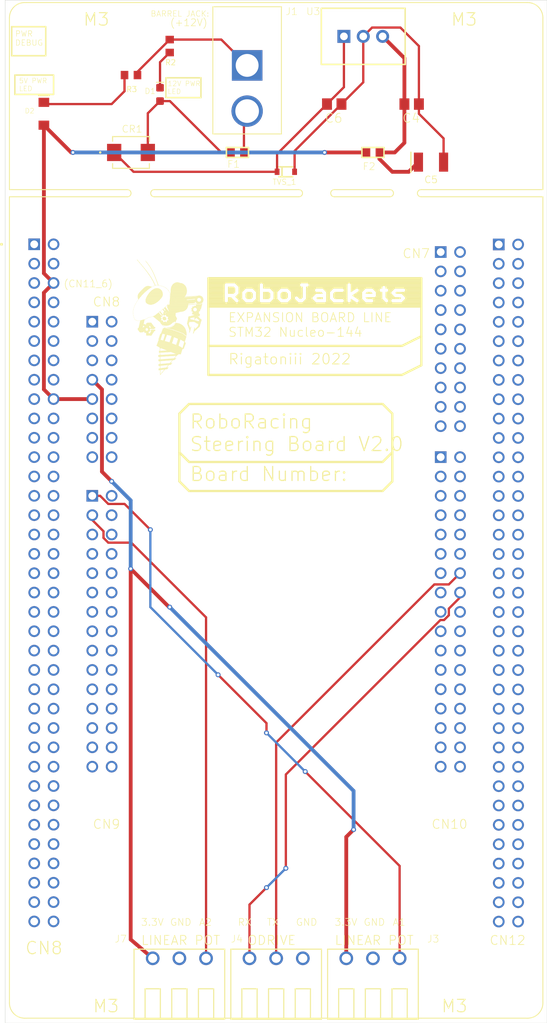
<source format=kicad_pcb>
(kicad_pcb (version 20221018) (generator pcbnew)
  (layers (0 "F.Cu" signal) (31 "B.Cu" signal) (34 "B.Paste" user) (35 "F.Paste" user) (36 "B.SilkS" user "B.Silkscreen") (37 "F.SilkS" user "F.Silkscreen") (38 "B.Mask" user) (39 "F.Mask" user) (44 "Edge.Cuts" user))
  (net 0 "")
  (net 1 "VDD")
  (net 2 "+3V3")
  (net 3 "+5V")
  (net 4 "VIN")
  (net 5 "VBAT")
  (net 6 "AVDD_CN12")
  (net 7 "U5V")
  (net 8 "VIN_CN8")
  (net 9 "AREF")
  (net 10 "AVDD_CN10")
  (net 11 "GND")
  (net 12 "N$3")
  (net 13 "5V_MAIN")
  (net 14 "USART_A_TX")
  (net 15 "USART_A_RX")
  (net 16 "LINPOT_A1")
  (net 17 "LINPOT_A2")
  (net 18 "N$4")
  (net 19 "+3.3V")
  (net 20 "N$1")
  (net 21 "N$5")
  (net 22 "N$6")
  (footprint "SteeringV2:STANDOFF-HOLE" (layer "F.Cu") (at 124.3811 43.8786)
    (fp_text reference "U$2" hide)
    (fp_text value "" hide)
  )
  (footprint "SteeringV2:C0805" (layer "F.Cu") (at 166.2911 51.4986)
    (fp_text reference "C4")
    (fp_text value "0.1uF")
  )
  (footprint "SteeringV2:SCREW_TERMINAL_PCB_CONN_3_POLE" (layer "F.Cu") (at 148.5111 166.6486)
    (fp_text reference "J4")
    (fp_text value "PCB_SCREW_TERM_3" hide)
  )
  (footprint "SteeringV2:SCREW_TERMINAL_PCB_CONN_3_POLE" (layer "F.Cu") (at 135.8111 166.6486)
    (fp_text reference "J7")
    (fp_text value "PCB_SCREW_TERM_3" hide)
  )
  (footprint "SteeringV2:ROBOJACKETS" (layer "F.Cu") (at 139.6211 78.1686)
    (fp_text reference "U$6" hide)
    (fp_text value "" hide)
  )
  (footprint "SteeringV2:STANDOFF-HOLE" (layer "F.Cu") (at 172.6411 43.8786)
    (fp_text reference "U$3" hide)
    (fp_text value "" hide)
  )
  (footprint "SteeringV2:SOD-323" (layer "F.Cu") (at 149.7811 60.3886)
    (fp_text reference "TVS_1")
    (fp_text value "D5V0L1B2WS-7" hide)
  )
  (footprint "SteeringV2:STANDOFF-HOLE" (layer "F.Cu") (at 125.6511 165.7986)
    (fp_text reference "U$4" hide)
    (fp_text value "" hide)
  )
  (footprint "SteeringV2:ROBOBUZZ_0.8X" (layer "F.Cu") (at 133.2711 87.0586)
    (fp_text reference "U$1" hide)
    (fp_text value "" hide)
  )
  (footprint "SteeringV2:TPSM84205EAB" (layer "F.Cu") (at 159.9411 42.6086)
    (fp_text reference "U3")
    (fp_text value "TPSM84205EAB" hide)
  )
  (footprint "SteeringV2:F0603" (layer "F.Cu") (at 143.4311 57.8486 180)
    (fp_text reference "F1")
    (fp_text value "630mA")
  )
  (footprint "SteeringV2:PJ-037A" (layer "F.Cu") (at 144.7011 46.4186 -90)
    (fp_text reference "J1")
    (fp_text value "")
  )
  (footprint "SteeringV2:R0603" (layer "F.Cu") (at 134.5411 43.8786 -90)
    (fp_text reference "R2")
    (fp_text value "500R" hide)
  )
  (footprint "SteeringV2:MODULE_NUCLEO-H743ZI" (layer "F.Cu") (at 148.5111 104.8386)
    (fp_text reference "U2" hide)
    (fp_text value "NUCLEO-H743ZI-HEADER" hide)
  )
  (footprint "SteeringV2:F0603" (layer "F.Cu") (at 161.2111 57.8486 180)
    (fp_text reference "F2")
    (fp_text value "1.875A")
  )
  (footprint "SteeringV2:STANDOFF-HOLE" (layer "F.Cu") (at 171.3711 165.7986)
    (fp_text reference "U$5" hide)
    (fp_text value "" hide)
  )
  (footprint "SteeringV2:LED-0603" (layer "F.Cu") (at 133.2711 50.2286 90)
    (fp_text reference "D1" hide)
    (fp_text value "Yellow" hide)
  )
  (footprint "SteeringV2:LED-1206" (layer "F.Cu") (at 118.0311 52.7686 90)
    (fp_text reference "D2" hide)
    (fp_text value "GREEN" hide)
  )
  (footprint "SteeringV2:R0603" (layer "F.Cu") (at 129.4611 47.6886 180)
    (fp_text reference "R3")
    (fp_text value "147R")
  )
  (footprint "SteeringV2:C0805" (layer "F.Cu") (at 156.1311 51.4986)
    (fp_text reference "C6")
    (fp_text value "10uF")
  )
  (footprint "SteeringV2:EIA3528" (layer "F.Cu") (at 168.8311 59.1186 180)
    (fp_text reference "C5")
    (fp_text value "47uF")
  )
  (footprint "SteeringV2:SCREW_TERMINAL_PCB_CONN_3_POLE" (layer "F.Cu") (at 161.2111 166.6486)
    (fp_text reference "J3")
    (fp_text value "PCB_SCREW_TERM_3" hide)
  )
  (footprint "SteeringV2:DO-214BA_MCH" (layer "F.Cu") (at 129.4611 57.8486)
    (fp_text reference "CR1" hide)
    (fp_text value "LSM115JE3/TR13" hide)
  )
  (gr_line (start 162.4811 90.8686) (end 137.0811 90.8686) (stroke (width 0.3)) (layer "F.SilkS"))
  (gr_line (start 138.6411 48.0486) (end 134.0411 48.0486) (stroke (width 0.2)) (layer "F.SilkS"))
  (gr_line (start 167.5611 85.7886) (end 167.5611 81.9786) (stroke (width 0.3)) (layer "F.SilkS"))
  (gr_line (start 162.4811 102.2986) (end 163.7511 101.0286) (stroke (width 0.3)) (layer "F.SilkS"))
  (gr_line (start 114.2211 47.6886) (end 114.2211 50.2286) (stroke (width 0.2)) (layer "F.SilkS"))
  (gr_line (start 167.5611 81.9786) (end 167.5611 74.3586) (stroke (width 0.3)) (layer "F.SilkS"))
  (gr_line (start 163.7511 92.1386) (end 162.4811 90.8686) (stroke (width 0.3)) (layer "F.SilkS"))
  (gr_line (start 118.2711 45.1486) (end 118.2711 41.3386) (stroke (width 0.2)) (layer "F.SilkS"))
  (gr_line (start 139.6211 83.2486) (end 165.0211 83.2486) (stroke (width 0.3)) (layer "F.SilkS"))
  (gr_line (start 137.0811 90.8686) (end 135.8111 92.1386) (stroke (width 0.3)) (layer "F.SilkS"))
  (gr_line (start 137.0811 98.4886) (end 162.4811 98.4886) (stroke (width 0.3)) (layer "F.SilkS"))
  (gr_line (start 135.8111 101.0286) (end 137.0811 102.2986) (stroke (width 0.3)) (layer "F.SilkS"))
  (gr_line (start 139.6211 87.0586) (end 165.0211 87.0586) (stroke (width 0.3)) (layer "F.SilkS"))
  (gr_line (start 162.4811 98.4886) (end 163.7511 97.2186) (stroke (width 0.3)) (layer "F.SilkS"))
  (gr_line (start 167.5611 81.9786) (end 165.0211 83.2486) (stroke (width 0.3)) (layer "F.SilkS"))
  (gr_line (start 134.0411 50.6486) (end 138.6411 50.6486) (stroke (width 0.2)) (layer "F.SilkS"))
  (gr_line (start 137.0811 102.2986) (end 162.4811 102.2986) (stroke (width 0.3)) (layer "F.SilkS"))
  (gr_line (start 139.6211 74.3586) (end 139.6211 83.2486) (stroke (width 0.3)) (layer "F.SilkS"))
  (gr_line (start 167.5611 74.3586) (end 139.6211 74.3586) (stroke (width 0.3)) (layer "F.SilkS"))
  (gr_line (start 119.3011 50.2286) (end 119.3011 47.6886) (stroke (width 0.2)) (layer "F.SilkS"))
  (gr_line (start 163.7511 101.0286) (end 163.7511 97.2186) (stroke (width 0.3)) (layer "F.SilkS"))
  (gr_line (start 135.8111 92.1386) (end 135.8111 97.2186) (stroke (width 0.3)) (layer "F.SilkS"))
  (gr_line (start 118.2711 41.3386) (end 113.8111 41.3386) (stroke (width 0.2)) (layer "F.SilkS"))
  (gr_line (start 113.8111 41.3386) (end 113.8111 45.1486) (stroke (width 0.2)) (layer "F.SilkS"))
  (gr_line (start 135.8111 97.2186) (end 137.0811 98.4886) (stroke (width 0.3)) (layer "F.SilkS"))
  (gr_line (start 114.2211 50.2286) (end 119.3011 50.2286) (stroke (width 0.2)) (layer "F.SilkS"))
  (gr_line (start 135.8111 97.2186) (end 135.8111 101.0286) (stroke (width 0.3)) (layer "F.SilkS"))
  (gr_line (start 138.6411 50.6486) (end 138.6411 48.0486) (stroke (width 0.2)) (layer "F.SilkS"))
  (gr_line (start 134.0411 48.0486) (end 134.0411 50.6486) (stroke (width 0.2)) (layer "F.SilkS"))
  (gr_line (start 165.0211 87.0586) (end 167.5611 85.7886) (stroke (width 0.3)) (layer "F.SilkS"))
  (gr_line (start 119.3011 47.6886) (end 114.2211 47.6886) (stroke (width 0.2)) (layer "F.SilkS"))
  (gr_line (start 163.7511 97.2186) (end 163.7511 92.1386) (stroke (width 0.3)) (layer "F.SilkS"))
  (gr_line (start 113.8111 45.1486) (end 118.2711 45.1486) (stroke (width 0.2)) (layer "F.SilkS"))
  (gr_line (start 139.6211 83.2486) (end 139.6211 87.0586) (stroke (width 0.3)) (layer "F.SilkS"))
  (gr_line (start 112.9511 37.8586) (end 112.9511 172.1486) (stroke (width 0.05)) (layer "Edge.Cuts"))
  (gr_line (start 112.9511 172.1486) (end 184.0511 172.1486) (stroke (width 0.05)) (layer "Edge.Cuts"))
  (gr_line (start 184.0511 37.8586) (end 112.9511 37.8586) (stroke (width 0.05)) (layer "Edge.Cuts"))
  (gr_line (start 184.0511 172.1486) (end 184.0511 37.8586) (stroke (width 0.05)) (layer "Edge.Cuts"))
  (gr_text "CN12" (at 176.4511 161.9886) (layer "F.SilkS") (effects (font (size 1.196 1.196) (thickness 0.104)) (justify left bottom)))
  (gr_text "RX" (at 143.4311 159.4486) (layer "F.SilkS") (effects (font (size 0.92 0.92) (thickness 0.08)) (justify left bottom)))
  (gr_text "LINEAR POT" (at 130.7311 161.9886) (layer "F.SilkS") (effects (font (size 1.196 1.196) (thickness 0.104)) (justify left bottom)))
  (gr_text "ODRIVE" (at 144.7011 161.9886) (layer "F.SilkS") (effects (font (size 1.196 1.196) (thickness 0.104)) (justify left bottom)))
  (gr_text "CN9" (at 124.3811 146.7486) (layer "F.SilkS") (effects (font (size 1.196 1.196) (thickness 0.104)) (justify left bottom)))
  (gr_text "M3" (at 124.3811 170.8786) (layer "F.SilkS") (effects (font (size 1.63576 1.63576) (thickness 0.14224)) (justify left bottom)))
  (gr_text "GND" (at 134.5411 159.4486) (layer "F.SilkS") (effects (font (size 0.92 0.92) (thickness 0.08)) (justify left bottom)))
  (gr_text "12V PWR\nLED" (at 134.2411 50.2286) (layer "F.SilkS") (effects (font (size 0.644 0.644) (thickness 0.056)) (justify left bottom)))
  (gr_text "PWR\nDEBUG" (at 114.2211 43.8786) (layer "F.SilkS") (effects (font (size 0.736 0.736) (thickness 0.064)) (justify left bottom)))
  (gr_text "A1" (at 163.7511 159.4486) (layer "F.SilkS") (effects (font (size 0.92 0.92) (thickness 0.08)) (justify left bottom)))
  (gr_text "M3" (at 123.1111 41.3386) (layer "F.SilkS") (effects (font (size 1.63576 1.63576) (thickness 0.14224)) (justify left bottom)))
  (gr_text "D2" (at 115.4911 52.7686) (layer "F.SilkS") (effects (font (size 0.644 0.644) (thickness 0.056)) (justify left bottom)))
  (gr_text "BARREL JACK:" (at 132.0011 40.0686) (layer "F.SilkS") (effects (font (size 0.736 0.736) (thickness 0.064)) (justify left bottom)))
  (gr_text "D1" (at 131.2111 50.2286) (layer "F.SilkS") (effects (font (size 0.736 0.736) (thickness 0.064)) (justify left bottom)))
  (gr_text "CN8" (at 124.3811 78.1686) (layer "F.SilkS") (effects (font (size 1.196 1.196) (thickness 0.104)) (justify left bottom)))
  (gr_text "M3" (at 170.1011 170.8786) (layer "F.SilkS") (effects (font (size 1.63576 1.63576) (thickness 0.14224)) (justify left bottom)))
  (gr_text "EXPANSION BOARD LINE\nSTM32 Nucleo-144" (at 142.1611 82.1486) (layer "F.SilkS") (effects (font (size 1.196 1.196) (thickness 0.104)) (justify left bottom)))
  (gr_text "(+12V)" (at 134.5411 41.3386) (layer "F.SilkS") (effects (font (size 0.92 0.92) (thickness 0.08)) (justify left bottom)))
  (gr_text "3.3V" (at 156.1311 159.4486) (layer "F.SilkS") (effects (font (size 0.92 0.92) (thickness 0.08)) (justify left bottom)))
  (gr_text "3.3V" (at 130.7311 159.4486) (layer "F.SilkS") (effects (font (size 0.92 0.92) (thickness 0.08)) (justify left bottom)))
  (gr_text "5V PWR\nLED" (at 114.7311 49.8486) (layer "F.SilkS") (effects (font (size 0.644 0.644) (thickness 0.056)) (justify left bottom)))
  (gr_text "CN10" (at 168.8311 146.7486) (layer "F.SilkS") (effects (font (size 1.196 1.196) (thickness 0.104)) (justify left bottom)))
  (gr_text "M3" (at 171.3711 41.3386) (layer "F.SilkS") (effects (font (size 1.63576 1.63576) (thickness 0.14224)) (justify left bottom)))
  (gr_text "GND" (at 151.0511 159.4486) (layer "F.SilkS") (effects (font (size 0.92 0.92) (thickness 0.08)) (justify left bottom)))
  (gr_text "Board Number:" (at 137.0811 101.1486) (layer "F.SilkS") (effects (font (size 1.84 1.84) (thickness 0.16)) (justify left bottom)))
  (gr_text "TX" (at 147.2411 159.4486) (layer "F.SilkS") (effects (font (size 0.92 0.92) (thickness 0.08)) (justify left bottom)))
  (gr_text "RoboRacing\nSteering Board V2.0" (at 137.0811 97.2186) (layer "F.SilkS") (effects (font (size 1.84 1.84) (thickness 0.16)) (justify left bottom)))
  (gr_text "Rigatoniii 2022" (at 142.1611 85.7886) (layer "F.SilkS") (effects (font (size 1.38 1.38) (thickness 0.12)) (justify left bottom)))
  (gr_text "CN7" (at 165.0211 71.8186) (layer "F.SilkS") (effects (font (size 1.196 1.196) (thickness 0.104)) (justify left bottom)))
  (gr_text "CR1" (at 128.1911 55.3086) (layer "F.SilkS") (effects (font (size 0.92 0.92) (thickness 0.08)) (justify left bottom)))
  (gr_text "CN8" (at 115.4911 163.2586) (layer "F.SilkS") (effects (font (size 1.63576 1.63576) (thickness 0.14224)) (justify left bottom)))
  (gr_text "GND" (at 159.9411 159.4486) (layer "F.SilkS") (effects (font (size 0.92 0.92) (thickness 0.08)) (justify left bottom)))
  (gr_text "LINEAR POT" (at 156.1311 161.9886) (layer "F.SilkS") (effects (font (size 1.196 1.196) (thickness 0.104)) (justify left bottom)))
  (gr_text "A2" (at 138.3511 159.4486) (layer "F.SilkS") (effects (font (size 0.92 0.92) (thickness 0.08)) (justify left bottom)))
  (gr_text "(CN11_6)" (at 120.5711 75.6286) (layer "F.SilkS") (effects (font (size 0.92 0.92) (thickness 0.08)) (justify left bottom)))
  (segment (start 121.6111 57.8486) (end 121.8411 57.8486) (width 0.5) (layer "F.Cu") (net 3))
  (segment (start 118.0311 88.9586) (end 119.3011 90.2286) (width 0.5) (layer "F.Cu") (net 3))
  (segment (start 119.3011 74.9886) (end 118.0311 76.2586) (width 0.5) (layer "F.Cu") (net 3))
  (segment (start 118.0311 76.2586) (end 118.0311 88.9586) (width 0.5) (layer "F.Cu") (net 3))
  (segment (start 118.0311 73.7186) (end 119.3011 74.9886) (width 0.5) (layer "F.Cu") (net 3))
  (segment (start 119.3011 90.2286) (end 124.3811 90.2286) (width 0.5) (layer "F.Cu") (net 3))
  (segment (start 118.0311 54.2686) (end 118.0311 73.7186) (width 0.5) (layer "F.Cu") (net 3))
  (segment (start 118.0311 54.2686) (end 121.6111 57.8486) (width 0.5) (layer "F.Cu") (net 3))
  (segment (start 154.8611 57.8486) (end 160.3611 57.8486) (width 0.5) (layer "F.Cu") (net 3))
  (via (at 121.8411 57.8486) (size 0.6548) (drill 0.35) (layers "F.Cu" "B.Cu") (net 3))
  (via (at 154.8611 57.8486) (size 0.6548) (drill 0.35) (layers "F.Cu" "B.Cu") (net 3))
  (segment (start 121.8411 57.8486) (end 154.8611 57.8486) (width 0.5) (layer "B.Cu") (net 3))
  (segment (start 159.9411 48.6386) (end 157.0811 51.4986) (width 0.3) (layer "F.Cu") (net 11))
  (segment (start 159.9411 42.6086) (end 161.0985 41.4512) (width 0.3) (layer "F.Cu") (net 11))
  (segment (start 161.0985 41.4512) (end 164.8137 41.4512) (width 0.3) (layer "F.Cu") (net 11))
  (segment (start 130.3111 47.2586) (end 130.3111 47.6886) (width 0.3) (layer "F.Cu") (net 11))
  (segment (start 150.9311 60.3886) (end 150.9311 57.6486) (width 0.3) (layer "F.Cu") (net 11))
  (segment (start 167.2411 43.8786) (end 167.2411 51.4986) (width 0.3) (layer "F.Cu") (net 11))
  (segment (start 150.9311 57.6486) (end 157.0811 51.4986) (width 0.3) (layer "F.Cu") (net 11))
  (segment (start 164.8137 41.4512) (end 167.2411 43.8786) (width 0.3) (layer "F.Cu") (net 11))
  (segment (start 134.5411 43.0286) (end 130.3111 47.2586) (width 0.3) (layer "F.Cu") (net 11))
  (segment (start 167.2411 51.4986) (end 167.2411 52.7686) (width 0.3) (layer "F.Cu") (net 11))
  (segment (start 159.9411 42.6086) (end 159.9411 48.6386) (width 0.3) (layer "F.Cu") (net 11))
  (segment (start 170.4811 56.0086) (end 167.2411 52.7686) (width 0.3) (layer "F.Cu") (net 11))
  (segment (start 141.3111 43.0286) (end 144.7011 46.4186) (width 0.3) (layer "F.Cu") (net 11))
  (segment (start 170.4811 59.1186) (end 170.4811 56.0086) (width 0.3) (layer "F.Cu") (net 11))
  (segment (start 134.5411 43.0286) (end 141.3111 43.0286) (width 0.3) (layer "F.Cu") (net 11))
  (segment (start 155.1811 51.4986) (end 157.4011 49.2786) (width 0.3) (layer "F.Cu") (net 12))
  (segment (start 127.254103 57.8486) (end 129.794103 60.3886) (width 0.3) (layer "F.Cu") (net 12))
  (segment (start 157.4011 49.2786) (end 157.4011 42.6086) (width 0.3) (layer "F.Cu") (net 12))
  (segment (start 148.6311 60.3886) (end 148.6311 58.0486) (width 0.3) (layer "F.Cu") (net 12))
  (segment (start 129.794103 60.3886) (end 148.6311 60.3886) (width 0.3) (layer "F.Cu") (net 12))
  (segment (start 148.6311 58.0486) (end 155.1811 51.4986) (width 0.3) (layer "F.Cu") (net 12))
  (segment (start 162.4811 42.6086) (end 165.3411 45.4686) (width 0.5) (layer "F.Cu") (net 13))
  (segment (start 163.7511 60.3886) (end 162.0611 58.6986) (width 0.5) (layer "F.Cu") (net 13))
  (segment (start 167.1811 59.1186) (end 165.9111 60.3886) (width 0.5) (layer "F.Cu") (net 13))
  (segment (start 165.3411 51.4986) (end 165.3411 56.5786) (width 0.5) (layer "F.Cu") (net 13))
  (segment (start 165.9111 60.3886) (end 163.7511 60.3886) (width 0.5) (layer "F.Cu") (net 13))
  (segment (start 162.0611 58.6986) (end 162.0611 57.8486) (width 0.5) (layer "F.Cu") (net 13))
  (segment (start 164.0711 57.8486) (end 162.0611 57.8486) (width 0.5) (layer "F.Cu") (net 13))
  (segment (start 165.3411 56.5786) (end 164.0711 57.8486) (width 0.5) (layer "F.Cu") (net 13))
  (segment (start 165.3411 45.4686) (end 165.3411 51.4986) (width 0.5) (layer "F.Cu") (net 13))
  (segment (start 148.5111 135.3186) (end 169.2685 114.5612) (width 0.3) (layer "F.Cu") (net 14))
  (segment (start 169.2685 114.5612) (end 171.1685 114.5612) (width 0.3) (layer "F.Cu") (net 14))
  (segment (start 148.5111 163.6486) (end 148.5111 135.3186) (width 0.3) (layer "F.Cu") (net 14))
  (segment (start 171.1685 114.5612) (end 172.6411 113.0886) (width 0.3) (layer "F.Cu") (net 14))
  (segment (start 172.6411 116.2686) (end 171.1685 117.7412) (width 0.3) (layer "F.Cu") (net 15))
  (segment (start 171.1685 118.610738) (end 170.543237 119.236) (width 0.3) (layer "F.Cu") (net 15))
  (segment (start 145.0111 156.5986) (end 145.0111 163.6486) (width 0.3) (layer "F.Cu") (net 15))
  (segment (start 149.7811 139.519063) (end 149.7811 151.8286) (width 0.3) (layer "F.Cu") (net 15))
  (segment (start 170.064162 119.236) (end 149.7811 139.519063) (width 0.3) (layer "F.Cu") (net 15))
  (segment (start 147.2411 154.3686) (end 145.0111 156.5986) (width 0.3) (layer "F.Cu") (net 15))
  (segment (start 170.543237 119.236) (end 170.064162 119.236) (width 0.3) (layer "F.Cu") (net 15))
  (segment (start 171.1685 117.7412) (end 171.1685 118.610738) (width 0.3) (layer "F.Cu") (net 15))
  (segment (start 172.6411 115.6286) (end 172.6411 116.2686) (width 0.3) (layer "F.Cu") (net 15))
  (via (at 147.2411 154.3686) (size 0.6548) (drill 0.35) (layers "F.Cu" "B.Cu") (net 15))
  (via (at 149.7811 151.8286) (size 0.6548) (drill 0.35) (layers "F.Cu" "B.Cu") (net 15))
  (segment (start 149.7811 151.8286) (end 147.2411 154.3686) (width 0.3) (layer "B.Cu") (net 15))
  (segment (start 125.411562 102.9286) (end 124.3811 102.9286) (width 0.3) (layer "F.Cu") (net 16))
  (segment (start 147.2411 132.7786) (end 140.8911 126.4286) (width 0.3) (layer "F.Cu") (net 16))
  (segment (start 164.7111 163.6486) (end 164.7111 151.5186) (width 0.3) (layer "F.Cu") (net 16))
  (segment (start 147.2411 134.0486) (end 147.2411 132.7786) (width 0.3) (layer "F.Cu") (net 16))
  (segment (start 164.7111 151.5186) (end 152.3211 139.1286) (width 0.3) (layer "F.Cu") (net 16))
  (segment (start 128.6185 103.996) (end 126.478962 103.996) (width 0.3) (layer "F.Cu") (net 16))
  (segment (start 132.0011 107.3786) (end 128.6185 103.996) (width 0.3) (layer "F.Cu") (net 16))
  (segment (start 126.478962 103.996) (end 125.411562 102.9286) (width 0.3) (layer "F.Cu") (net 16))
  (via (at 132.0011 107.3786) (size 0.6548) (drill 0.35) (layers "F.Cu" "B.Cu") (net 16))
  (via (at 140.8911 126.4286) (size 0.6548) (drill 0.35) (layers "F.Cu" "B.Cu") (net 16))
  (via (at 147.2411 134.0486) (size 0.6548) (drill 0.35) (layers "F.Cu" "B.Cu") (net 16))
  (via (at 152.3211 139.1286) (size 0.6548) (drill 0.35) (layers "F.Cu" "B.Cu") (net 16))
  (segment (start 132.0011 117.5386) (end 132.0011 107.3786) (width 0.3) (layer "B.Cu") (net 16))
  (segment (start 140.8911 126.4286) (end 132.0011 117.5386) (width 0.3) (layer "B.Cu") (net 16))
  (segment (start 152.3211 139.1286) (end 147.2411 134.0486) (width 0.3) (layer "B.Cu") (net 16))
  (segment (start 139.3111 163.6486) (end 139.3111 118.889063) (width 0.3) (layer "F.Cu") (net 17))
  (segment (start 125.8537 107.5812) (end 124.3811 106.1086) (width 0.3) (layer "F.Cu") (net 17))
  (segment (start 124.3811 106.1086) (end 124.3811 105.4686) (width 0.3) (layer "F.Cu") (net 17))
  (segment (start 129.498037 109.076) (end 126.478962 109.076) (width 0.3) (layer "F.Cu") (net 17))
  (segment (start 126.478962 109.076) (end 125.8537 108.450738) (width 0.3) (layer "F.Cu") (net 17))
  (segment (start 125.8537 108.450738) (end 125.8537 107.5812) (width 0.3) (layer "F.Cu") (net 17))
  (segment (start 139.3111 118.889063) (end 129.498037 109.076) (width 0.3) (layer "F.Cu") (net 17))
  (segment (start 144.2811 57.8486) (end 144.2811 52.8386) (width 0.3) (layer "F.Cu") (net 18))
  (segment (start 144.2811 52.8386) (end 144.7011 52.4186) (width 0.3) (layer "F.Cu") (net 18))
  (segment (start 129.419609 161.17711) (end 132.3111 163.6486) (width 0.5) (layer "F.Cu") (net 19))
  (segment (start 129.419609 112.500091) (end 129.419609 161.17711) (width 0.5) (layer "F.Cu") (net 19))
  (segment (start 157.7111 147.7086) (end 157.7111 163.6486) (width 0.5) (layer "F.Cu") (net 19))
  (segment (start 126.9211 101.0286) (end 125.6511 99.7586) (width 0.5) (layer "F.Cu") (net 19))
  (segment (start 125.6511 88.9586) (end 124.3811 87.6886) (width 0.5) (layer "F.Cu") (net 19))
  (segment (start 125.6511 99.7586) (end 125.6511 88.9586) (width 0.5) (layer "F.Cu") (net 19))
  (segment (start 134.458118 117.5386) (end 134.5411 117.5386) (width 0.5) (layer "F.Cu") (net 19))
  (segment (start 129.419609 112.500091) (end 134.458118 117.5386) (width 0.5) (layer "F.Cu") (net 19))
  (segment (start 158.6711 146.7486) (end 157.7111 147.7086) (width 0.5) (layer "F.Cu") (net 19))
  (via (at 129.419609 112.500091) (size 0.6548) (drill 0.35) (layers "F.Cu" "B.Cu") (net 19))
  (via (at 126.9211 101.0286) (size 0.6548) (drill 0.35) (layers "F.Cu" "B.Cu") (net 19))
  (via (at 158.6711 146.7486) (size 0.6548) (drill 0.35) (layers "F.Cu" "B.Cu") (net 19))
  (via (at 134.5411 117.5386) (size 0.6548) (drill 0.35) (layers "F.Cu" "B.Cu") (net 19))
  (segment (start 158.6711 141.6686) (end 158.6711 146.7486) (width 0.5) (layer "B.Cu") (net 19))
  (segment (start 126.9211 101.0286) (end 129.419609 103.52711) (width 0.5) (layer "B.Cu") (net 19))
  (segment (start 158.6711 141.6686) (end 134.5411 117.5386) (width 0.5) (layer "B.Cu") (net 19))
  (segment (start 129.419609 103.52711) (end 129.419609 112.500091) (width 0.5) (layer "B.Cu") (net 19))
  (segment (start 141.3111 57.8486) (end 134.5681 51.1056) (width 0.3) (layer "F.Cu") (net 20))
  (segment (start 134.5681 51.1056) (end 133.2711 51.1056) (width 0.3) (layer "F.Cu") (net 20))
  (segment (start 131.668096 57.8486) (end 131.668096 52.708604) (width 0.3) (layer "F.Cu") (net 20))
  (segment (start 131.668096 52.708604) (end 133.2711 51.1056) (width 0.3) (layer "F.Cu") (net 20))
  (segment (start 142.5811 57.8486) (end 141.3111 57.8486) (width 0.3) (layer "F.Cu") (net 20))
  (segment (start 134.5411 44.7286) (end 133.2711 45.9986) (width 0.3) (layer "F.Cu") (net 21))
  (segment (start 133.2711 45.9986) (end 133.2711 49.3516) (width 0.3) (layer "F.Cu") (net 21))
  (segment (start 126.9211 51.4986) (end 118.2611 51.4986) (width 0.3) (layer "F.Cu") (net 22))
  (segment (start 128.6111 49.8086) (end 128.6111 47.6886) (width 0.3) (layer "F.Cu") (net 22))
  (segment (start 118.0311 51.2686) (end 118.2611 51.4986) (width 0.3) (layer "F.Cu") (net 22))
  (segment (start 128.6111 49.8086) (end 126.9211 51.4986) (width 0.3) (layer "F.Cu") (net 22))
)
</source>
